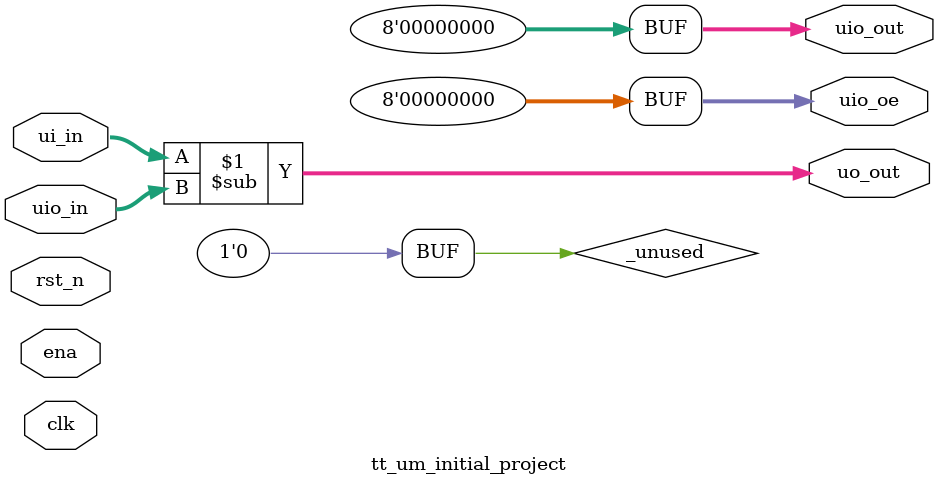
<source format=v>
/*
 * Copyright (c) 2024 Your Name
 * SPDX-License-Identifier: Apache-2.0
 */

`default_nettype none

module tt_um_initial_project (
    input  wire [7:0] ui_in,    // Dedicated inputs
    output wire [7:0] uo_out,   // Dedicated outputs
    input  wire [7:0] uio_in,   // IOs: Input path
    output wire [7:0] uio_out,  // IOs: Output path
    output wire [7:0] uio_oe,   // IOs: Enable path (active high: 0=input, 1=output)
    input  wire       ena,      // always 1 when the design is powered, so you can ignore it
    input  wire       clk,      // clock
    input  wire       rst_n     // reset_n - low to reset
);

  // All output pins must be assigned. If not used, assign to 0.
  assign uo_out  = ui_in - uio_in;  // Example: ou_out is the sum of ui_in and uio_in
  assign uio_out = 0;
  assign uio_oe  = 0;

  // List all unused inputs to prevent warnings
  wire _unused = &{ena, clk, rst_n, 1'b0};

endmodule

</source>
